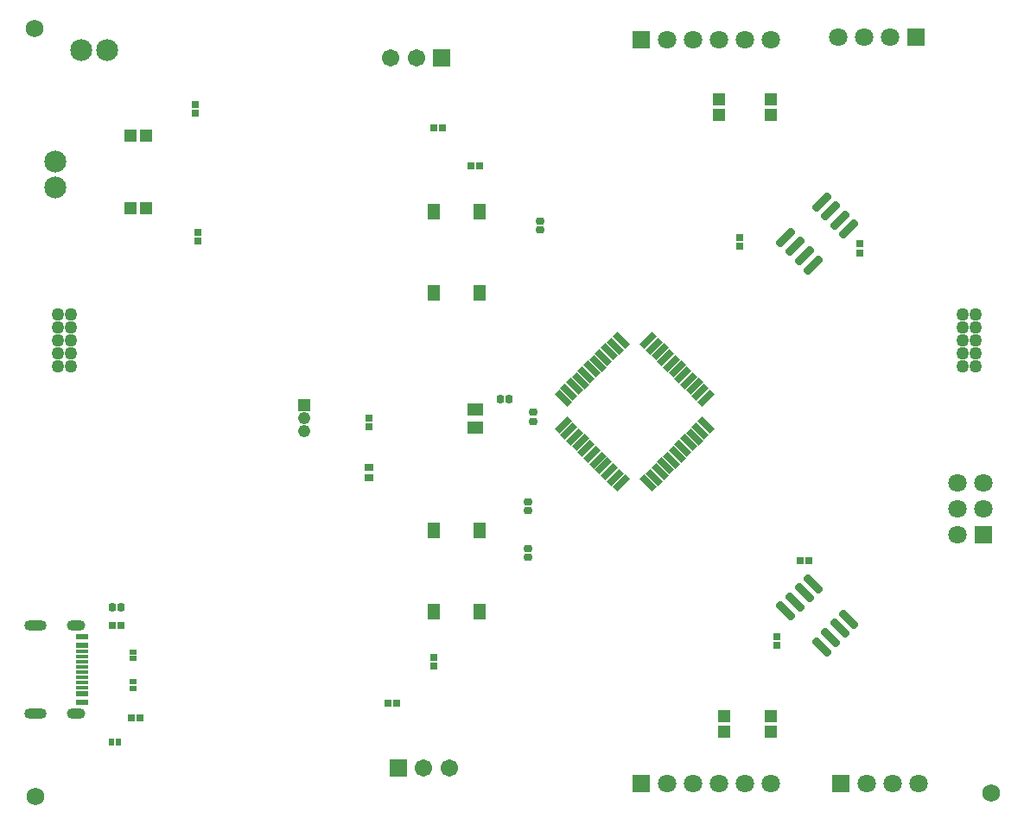
<source format=gts>
G04*
G04 #@! TF.GenerationSoftware,Altium Limited,Altium Designer,25.5.2 (35)*
G04*
G04 Layer_Color=8388736*
%FSLAX25Y25*%
%MOIN*%
G70*
G04*
G04 #@! TF.SameCoordinates,D66E9047-1B96-4A49-AC18-2C29B9855DE9*
G04*
G04*
G04 #@! TF.FilePolarity,Negative*
G04*
G01*
G75*
%ADD19R,0.05118X0.06102*%
%ADD34R,0.04528X0.01181*%
%ADD35R,0.04528X0.02362*%
%ADD36R,0.03162X0.02926*%
%ADD37R,0.02926X0.03162*%
G04:AMPARAMS|DCode=38|XSize=85.56mil|YSize=31.62mil|CornerRadius=6.95mil|HoleSize=0mil|Usage=FLASHONLY|Rotation=45.000|XOffset=0mil|YOffset=0mil|HoleType=Round|Shape=RoundedRectangle|*
%AMROUNDEDRECTD38*
21,1,0.08556,0.01772,0,0,45.0*
21,1,0.07165,0.03162,0,0,45.0*
1,1,0.01391,0.03160,0.01907*
1,1,0.01391,-0.01907,-0.03160*
1,1,0.01391,-0.03160,-0.01907*
1,1,0.01391,0.01907,0.03160*
%
%ADD38ROUNDEDRECTD38*%
%ADD39R,0.04816X0.04895*%
G04:AMPARAMS|DCode=40|XSize=48mil|YSize=63mil|CornerRadius=9mil|HoleSize=0mil|Usage=FLASHONLY|Rotation=90.000|XOffset=0mil|YOffset=0mil|HoleType=Round|Shape=RoundedRectangle|*
%AMROUNDEDRECTD40*
21,1,0.04800,0.04500,0,0,90.0*
21,1,0.03000,0.06300,0,0,90.0*
1,1,0.01800,0.02250,0.01500*
1,1,0.01800,0.02250,-0.01500*
1,1,0.01800,-0.02250,-0.01500*
1,1,0.01800,-0.02250,0.01500*
%
%ADD40ROUNDEDRECTD40*%
G04:AMPARAMS|DCode=41|XSize=67.06mil|YSize=27.69mil|CornerRadius=0mil|HoleSize=0mil|Usage=FLASHONLY|Rotation=45.000|XOffset=0mil|YOffset=0mil|HoleType=Round|Shape=Rectangle|*
%AMROTATEDRECTD41*
4,1,4,-0.01392,-0.03350,-0.03350,-0.01392,0.01392,0.03350,0.03350,0.01392,-0.01392,-0.03350,0.0*
%
%ADD41ROTATEDRECTD41*%

G04:AMPARAMS|DCode=42|XSize=27.69mil|YSize=67.06mil|CornerRadius=0mil|HoleSize=0mil|Usage=FLASHONLY|Rotation=45.000|XOffset=0mil|YOffset=0mil|HoleType=Round|Shape=Rectangle|*
%AMROTATEDRECTD42*
4,1,4,0.01392,-0.03350,-0.03350,0.01392,-0.01392,0.03350,0.03350,-0.01392,0.01392,-0.03350,0.0*
%
%ADD42ROTATEDRECTD42*%

G04:AMPARAMS|DCode=43|XSize=31.62mil|YSize=29.26mil|CornerRadius=9.63mil|HoleSize=0mil|Usage=FLASHONLY|Rotation=180.000|XOffset=0mil|YOffset=0mil|HoleType=Round|Shape=RoundedRectangle|*
%AMROUNDEDRECTD43*
21,1,0.03162,0.00999,0,0,180.0*
21,1,0.01235,0.02926,0,0,180.0*
1,1,0.01927,-0.00618,0.00500*
1,1,0.01927,0.00618,0.00500*
1,1,0.01927,0.00618,-0.00500*
1,1,0.01927,-0.00618,-0.00500*
%
%ADD43ROUNDEDRECTD43*%
G04:AMPARAMS|DCode=44|XSize=85.56mil|YSize=31.62mil|CornerRadius=6.95mil|HoleSize=0mil|Usage=FLASHONLY|Rotation=315.000|XOffset=0mil|YOffset=0mil|HoleType=Round|Shape=RoundedRectangle|*
%AMROUNDEDRECTD44*
21,1,0.08556,0.01772,0,0,315.0*
21,1,0.07165,0.03162,0,0,315.0*
1,1,0.01391,0.01907,-0.03160*
1,1,0.01391,-0.03160,0.01907*
1,1,0.01391,-0.01907,0.03160*
1,1,0.01391,0.03160,-0.01907*
%
%ADD44ROUNDEDRECTD44*%
G04:AMPARAMS|DCode=45|XSize=31.62mil|YSize=29.26mil|CornerRadius=9.63mil|HoleSize=0mil|Usage=FLASHONLY|Rotation=270.000|XOffset=0mil|YOffset=0mil|HoleType=Round|Shape=RoundedRectangle|*
%AMROUNDEDRECTD45*
21,1,0.03162,0.00999,0,0,270.0*
21,1,0.01235,0.02926,0,0,270.0*
1,1,0.01927,-0.00500,-0.00618*
1,1,0.01927,-0.00500,0.00618*
1,1,0.01927,0.00500,0.00618*
1,1,0.01927,0.00500,-0.00618*
%
%ADD45ROUNDEDRECTD45*%
%ADD46R,0.03162X0.02178*%
%ADD47R,0.02178X0.03162*%
%ADD48R,0.03556X0.03162*%
%ADD49R,0.04895X0.04816*%
%ADD50C,0.06800*%
%ADD51C,0.07099*%
%ADD52R,0.07099X0.07099*%
%ADD53R,0.06737X0.06737*%
%ADD54C,0.06737*%
%ADD55C,0.08477*%
%ADD56C,0.07119*%
%ADD57R,0.07119X0.07119*%
%ADD58C,0.05013*%
G04:AMPARAMS|DCode=59|XSize=39.37mil|YSize=70.87mil|CornerRadius=19.68mil|HoleSize=0mil|Usage=FLASHONLY|Rotation=270.000|XOffset=0mil|YOffset=0mil|HoleType=Round|Shape=RoundedRectangle|*
%AMROUNDEDRECTD59*
21,1,0.03937,0.03150,0,0,270.0*
21,1,0.00000,0.07087,0,0,270.0*
1,1,0.03937,-0.01575,0.00000*
1,1,0.03937,-0.01575,0.00000*
1,1,0.03937,0.01575,0.00000*
1,1,0.03937,0.01575,0.00000*
%
%ADD59ROUNDEDRECTD59*%
G04:AMPARAMS|DCode=60|XSize=39.37mil|YSize=86.61mil|CornerRadius=19.68mil|HoleSize=0mil|Usage=FLASHONLY|Rotation=270.000|XOffset=0mil|YOffset=0mil|HoleType=Round|Shape=RoundedRectangle|*
%AMROUNDEDRECTD60*
21,1,0.03937,0.04724,0,0,270.0*
21,1,0.00000,0.08661,0,0,270.0*
1,1,0.03937,-0.02362,0.00000*
1,1,0.03937,-0.02362,0.00000*
1,1,0.03937,0.02362,0.00000*
1,1,0.03937,0.02362,0.00000*
%
%ADD60ROUNDEDRECTD60*%
%ADD61R,0.04800X0.04800*%
%ADD62C,0.04800*%
D19*
X163142Y80350D02*
D03*
Y111650D02*
D03*
X180858Y80350D02*
D03*
Y111650D02*
D03*
Y234650D02*
D03*
Y203350D02*
D03*
X163142Y234650D02*
D03*
Y203350D02*
D03*
D34*
X27461Y64890D02*
D03*
Y62921D02*
D03*
Y60953D02*
D03*
Y58984D02*
D03*
Y57016D02*
D03*
Y55047D02*
D03*
Y53079D02*
D03*
Y51110D02*
D03*
D35*
Y48551D02*
D03*
Y67449D02*
D03*
Y70598D02*
D03*
Y45402D02*
D03*
D36*
X281000Y224693D02*
D03*
Y221307D02*
D03*
X327500Y218807D02*
D03*
Y222193D02*
D03*
X295500Y70693D02*
D03*
Y67307D02*
D03*
X138000Y151614D02*
D03*
Y155000D02*
D03*
X163000Y62693D02*
D03*
Y59307D02*
D03*
X72000Y226693D02*
D03*
Y223307D02*
D03*
X71000Y272614D02*
D03*
Y276000D02*
D03*
D37*
X307693Y100000D02*
D03*
X304307D02*
D03*
X42386Y75000D02*
D03*
X39000D02*
D03*
X49693Y39500D02*
D03*
X46307D02*
D03*
X145307Y45000D02*
D03*
X148693D02*
D03*
X166386Y267000D02*
D03*
X163000D02*
D03*
X177307Y252500D02*
D03*
X180693D02*
D03*
D38*
X312573Y238479D02*
D03*
X316108Y234944D02*
D03*
X319644Y231408D02*
D03*
X323180Y227873D02*
D03*
X309427Y214121D02*
D03*
X305892Y217656D02*
D03*
X302356Y221192D02*
D03*
X298820Y224727D02*
D03*
D39*
X293000Y272106D02*
D03*
Y277894D02*
D03*
X273000Y272106D02*
D03*
Y277894D02*
D03*
X275000Y39894D02*
D03*
Y34106D02*
D03*
X293000Y39894D02*
D03*
Y34106D02*
D03*
D40*
X179000Y151500D02*
D03*
Y158500D02*
D03*
D41*
X212940Y152211D02*
D03*
X215167Y149984D02*
D03*
X217394Y147756D02*
D03*
X219621Y145529D02*
D03*
X221848Y143302D02*
D03*
X224075Y141075D02*
D03*
X226302Y138848D02*
D03*
X228529Y136621D02*
D03*
X230756Y134394D02*
D03*
X232983Y132167D02*
D03*
X235211Y129939D02*
D03*
X268060Y162789D02*
D03*
X265833Y165016D02*
D03*
X263606Y167244D02*
D03*
X261379Y169471D02*
D03*
X259152Y171698D02*
D03*
X256925Y173925D02*
D03*
X254698Y176152D02*
D03*
X252471Y178379D02*
D03*
X250244Y180606D02*
D03*
X248017Y182833D02*
D03*
X245789Y185061D02*
D03*
D42*
Y129939D02*
D03*
X248017Y132167D02*
D03*
X250244Y134394D02*
D03*
X252471Y136621D02*
D03*
X254698Y138848D02*
D03*
X256925Y141075D02*
D03*
X259152Y143302D02*
D03*
X261379Y145529D02*
D03*
X263606Y147756D02*
D03*
X265833Y149984D02*
D03*
X268060Y152211D02*
D03*
X235211Y185061D02*
D03*
X232983Y182833D02*
D03*
X230756Y180606D02*
D03*
X228529Y178379D02*
D03*
X226302Y176152D02*
D03*
X224075Y173925D02*
D03*
X221848Y171698D02*
D03*
X219621Y169471D02*
D03*
X217394Y167244D02*
D03*
X215167Y165016D02*
D03*
X212940Y162789D02*
D03*
D43*
X199500Y122693D02*
D03*
Y119307D02*
D03*
Y104693D02*
D03*
Y101307D02*
D03*
X204000Y227614D02*
D03*
Y231000D02*
D03*
X201500Y153807D02*
D03*
Y157193D02*
D03*
D44*
X309427Y91180D02*
D03*
X305892Y87644D02*
D03*
X302356Y84108D02*
D03*
X298820Y80573D02*
D03*
X312573Y66821D02*
D03*
X316108Y70356D02*
D03*
X319644Y73892D02*
D03*
X323180Y77427D02*
D03*
D45*
X39000Y82000D02*
D03*
X42386D02*
D03*
X188807Y162500D02*
D03*
X192193D02*
D03*
D46*
X47000Y62221D02*
D03*
Y64780D02*
D03*
Y53280D02*
D03*
Y50721D02*
D03*
D47*
X38721Y30000D02*
D03*
X41280D02*
D03*
D48*
X138000Y132130D02*
D03*
Y135870D02*
D03*
D49*
X51894Y264000D02*
D03*
X46106D02*
D03*
X51894Y236000D02*
D03*
X46106D02*
D03*
D50*
X9500Y9000D02*
D03*
X378000Y10500D02*
D03*
X9000Y305500D02*
D03*
D51*
X319000Y302000D02*
D03*
X329000D02*
D03*
X339000D02*
D03*
X253000Y301000D02*
D03*
X263000D02*
D03*
X273000D02*
D03*
X283000D02*
D03*
X293000D02*
D03*
X253000Y14000D02*
D03*
X263000D02*
D03*
X273000D02*
D03*
X283000D02*
D03*
X293000D02*
D03*
X350000D02*
D03*
X340000D02*
D03*
X330000D02*
D03*
D52*
X349000Y302000D02*
D03*
X243000Y301000D02*
D03*
Y14000D02*
D03*
X320000D02*
D03*
D53*
X166146Y293933D02*
D03*
X149315Y20000D02*
D03*
D54*
X156303Y293933D02*
D03*
X146461D02*
D03*
X159158Y20000D02*
D03*
X169000D02*
D03*
D55*
X17000Y254000D02*
D03*
Y244000D02*
D03*
X37000Y297000D02*
D03*
X27000D02*
D03*
D56*
X365000Y130000D02*
D03*
X375000D02*
D03*
X365000Y120000D02*
D03*
X375000D02*
D03*
X365000Y110000D02*
D03*
D57*
X375000D02*
D03*
D58*
X367000Y195000D02*
D03*
X372000Y175000D02*
D03*
X367000D02*
D03*
X372000Y180000D02*
D03*
X367000D02*
D03*
X372000Y185000D02*
D03*
X367000D02*
D03*
X372000Y190000D02*
D03*
X367000D02*
D03*
X372000Y195000D02*
D03*
X18000D02*
D03*
X23000Y175000D02*
D03*
X18000D02*
D03*
X23000Y180000D02*
D03*
X18000D02*
D03*
X23000Y185000D02*
D03*
X18000D02*
D03*
X23000Y190000D02*
D03*
X18000D02*
D03*
X23000Y195000D02*
D03*
D59*
X25197Y40992D02*
D03*
Y75008D02*
D03*
D60*
X9449Y40992D02*
D03*
Y75008D02*
D03*
D61*
X113000Y160000D02*
D03*
D62*
Y155000D02*
D03*
Y150000D02*
D03*
M02*

</source>
